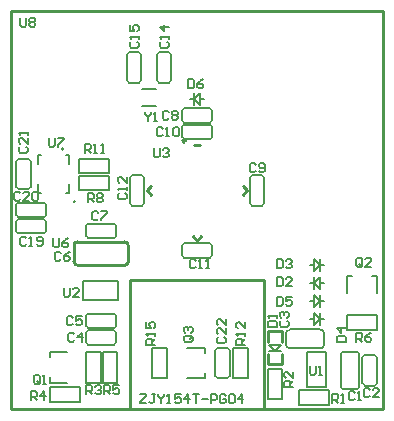
<source format=gbr>
%TF.GenerationSoftware,Altium Limited,Altium Designer,20.0.13 (296)*%
G04 Layer_Color=65535*
%FSLAX25Y25*%
%MOIN*%
%TF.FileFunction,Legend,Top*%
%TF.Part,Single*%
G01*
G75*
%TA.AperFunction,NonConductor*%
%ADD60C,0.01000*%
%ADD61C,0.00600*%
%ADD63C,0.00787*%
%ADD64C,0.00500*%
%ADD91C,0.00984*%
%ADD92C,0.00591*%
%ADD93C,0.00800*%
%ADD94C,0.00700*%
D60*
X22445Y55744D02*
G03*
X23626Y54563I1181J0D01*
G01*
Y62437D02*
G03*
X22445Y61256I0J-1181D01*
G01*
X40555D02*
G03*
X39374Y62437I-1181J0D01*
G01*
Y54563D02*
G03*
X40555Y55744I0J1181D01*
G01*
X62387Y94811D02*
X64613D01*
X46797Y79500D02*
X48189Y80892D01*
X46797Y79500D02*
X48189Y78108D01*
X62108Y64189D02*
X63500Y62797D01*
X64892Y64189D01*
X78811Y78108D02*
X80203Y79500D01*
X78811Y80892D02*
X80203Y79500D01*
X40555Y55744D02*
Y61256D01*
X23626Y62437D02*
X39374D01*
X22445Y55744D02*
Y61256D01*
X23626Y54563D02*
X39374D01*
X87138Y21488D02*
X91862D01*
X87138D02*
Y25032D01*
X91862Y21488D02*
Y25032D01*
X87138Y32512D02*
X91862D01*
Y28969D02*
Y32512D01*
X87138Y28969D02*
Y32512D01*
X1453Y6492D02*
Y139248D01*
X125547Y6492D02*
Y139248D01*
X1453Y6492D02*
X125547D01*
X1453Y139248D02*
X125547D01*
X41059Y6492D02*
Y49799D01*
X85941Y6492D02*
Y49799D01*
X41059D02*
X85941D01*
D61*
X40138Y116169D02*
G03*
X40925Y115382I787J0D01*
G01*
X44075D02*
G03*
X44862Y116169I0J787D01*
G01*
Y124831D02*
G03*
X44075Y125618I-787J0D01*
G01*
X40925D02*
G03*
X40138Y124831I0J-787D01*
G01*
X50138Y116169D02*
G03*
X50925Y115382I787J0D01*
G01*
X54075D02*
G03*
X54862Y116169I0J787D01*
G01*
Y124831D02*
G03*
X54075Y125618I-787J0D01*
G01*
X50925D02*
G03*
X50138Y124831I0J-787D01*
G01*
X67831Y102138D02*
G03*
X68618Y102925I0J787D01*
G01*
Y106075D02*
G03*
X67831Y106862I-787J0D01*
G01*
X59169D02*
G03*
X58382Y106075I0J-787D01*
G01*
Y102925D02*
G03*
X59169Y102138I787J0D01*
G01*
X59169Y101362D02*
G03*
X58382Y100575I0J-787D01*
G01*
Y97425D02*
G03*
X59169Y96638I787J0D01*
G01*
X67831D02*
G03*
X68618Y97425I0J787D01*
G01*
Y100575D02*
G03*
X67831Y101362I-787J0D01*
G01*
X8033Y89346D02*
G03*
X7246Y90134I-787J0D01*
G01*
X4096D02*
G03*
X3309Y89346I0J-787D01*
G01*
Y80685D02*
G03*
X4096Y79898I787J0D01*
G01*
X7246D02*
G03*
X8033Y80685I0J787D01*
G01*
X3841Y69878D02*
G03*
X3053Y69090I0J-787D01*
G01*
Y65941D02*
G03*
X3841Y65153I787J0D01*
G01*
X12502D02*
G03*
X13289Y65941I0J787D01*
G01*
Y69090D02*
G03*
X12502Y69878I-787J0D01*
G01*
X12502Y70653D02*
G03*
X13289Y71441I0J787D01*
G01*
Y74590D02*
G03*
X12502Y75378I-787J0D01*
G01*
X3841D02*
G03*
X3053Y74590I0J-787D01*
G01*
Y71441D02*
G03*
X3841Y70653I787J0D01*
G01*
X35831Y63638D02*
G03*
X36618Y64425I0J787D01*
G01*
Y67575D02*
G03*
X35831Y68362I-787J0D01*
G01*
X27169D02*
G03*
X26382Y67575I0J-787D01*
G01*
Y64425D02*
G03*
X27169Y63638I787J0D01*
G01*
X27169Y38362D02*
G03*
X26382Y37575I0J-787D01*
G01*
Y34425D02*
G03*
X27169Y33638I787J0D01*
G01*
X35831D02*
G03*
X36618Y34425I0J787D01*
G01*
Y37575D02*
G03*
X35831Y38362I-787J0D01*
G01*
X27169Y32862D02*
G03*
X26382Y32075I0J-787D01*
G01*
Y28925D02*
G03*
X27169Y28138I787J0D01*
G01*
X35831D02*
G03*
X36618Y28925I0J787D01*
G01*
Y32075D02*
G03*
X35831Y32862I-787J0D01*
G01*
X74362Y26331D02*
G03*
X73575Y27118I-787J0D01*
G01*
X70425D02*
G03*
X69638Y26331I0J-787D01*
G01*
Y17669D02*
G03*
X70425Y16882I787J0D01*
G01*
X73575D02*
G03*
X74362Y17669I0J787D01*
G01*
X123362Y23831D02*
G03*
X122575Y24618I-787J0D01*
G01*
X119425D02*
G03*
X118638Y23831I0J-787D01*
G01*
Y15169D02*
G03*
X119425Y14382I787J0D01*
G01*
X122575D02*
G03*
X123362Y15169I0J787D01*
G01*
X41138Y75169D02*
G03*
X41925Y74382I787J0D01*
G01*
X45075D02*
G03*
X45862Y75169I0J787D01*
G01*
Y83831D02*
G03*
X45075Y84618I-787J0D01*
G01*
X41925D02*
G03*
X41138Y83831I0J-787D01*
G01*
X85862Y83831D02*
G03*
X85075Y84618I-787J0D01*
G01*
X81925D02*
G03*
X81138Y83831I0J-787D01*
G01*
Y75169D02*
G03*
X81925Y74382I787J0D01*
G01*
X85075D02*
G03*
X85862Y75169I0J787D01*
G01*
X67831Y57138D02*
G03*
X68618Y57925I0J787D01*
G01*
Y61075D02*
G03*
X67831Y61862I-787J0D01*
G01*
X59169D02*
G03*
X58382Y61075I0J-787D01*
G01*
Y57925D02*
G03*
X59169Y57138I787J0D01*
G01*
X40138Y116169D02*
Y124831D01*
X44862Y116169D02*
Y124831D01*
X40925Y115382D02*
X44075D01*
X40925Y125618D02*
X44075D01*
X50138Y116169D02*
Y124831D01*
X54862Y116169D02*
Y124831D01*
X50925Y115382D02*
X54075D01*
X50925Y125618D02*
X54075D01*
X59169Y102138D02*
X67831D01*
X59169Y106862D02*
X67831D01*
X68618Y102925D02*
Y106075D01*
X58382Y102925D02*
Y106075D01*
X59169Y101362D02*
X67831D01*
X59169Y96638D02*
X67831D01*
X58382Y97425D02*
Y100575D01*
X68618Y97425D02*
Y100575D01*
X20893Y78810D02*
Y81746D01*
X19925Y78810D02*
X20893D01*
X10450D02*
Y81746D01*
Y78810D02*
X11417D01*
X20893Y88285D02*
Y91221D01*
X19925D02*
X20893D01*
X10450Y88285D02*
Y91221D01*
X11417D01*
X8033Y80685D02*
Y89346D01*
X3309Y80685D02*
Y89346D01*
X4096Y90134D02*
X7246D01*
X4096Y79898D02*
X7246D01*
X3841Y69878D02*
X12502D01*
X3841Y65153D02*
X12502D01*
X3053Y65941D02*
Y69090D01*
X13289Y65941D02*
Y69090D01*
X3841Y70653D02*
X12502D01*
X3841Y75378D02*
X12502D01*
X13289Y71441D02*
Y74590D01*
X3053Y71441D02*
Y74590D01*
X34289Y85154D02*
Y89878D01*
X24053Y85154D02*
Y89878D01*
X34289D01*
X24053Y85154D02*
X34289D01*
Y79654D02*
Y84378D01*
X24053Y79654D02*
Y84378D01*
X34289D01*
X24053Y79654D02*
X34289D01*
X27169Y63638D02*
X35831D01*
X27169Y68362D02*
X35831D01*
X36618Y64425D02*
Y67575D01*
X26382Y64425D02*
Y67575D01*
X27169Y38362D02*
X35831D01*
X27169Y33638D02*
X35831D01*
X26382Y34425D02*
Y37575D01*
X36618Y34425D02*
Y37575D01*
X27169Y32862D02*
X35831D01*
X27169Y28138D02*
X35831D01*
X26382Y28925D02*
Y32075D01*
X36618Y28925D02*
Y32075D01*
X26638Y25618D02*
X31362D01*
X26638Y15382D02*
X31362D01*
X26638D02*
Y25618D01*
X31362Y15382D02*
Y25618D01*
X32138Y15382D02*
X36862D01*
X32138Y25618D02*
X36862D01*
Y15382D02*
Y25618D01*
X32138Y15382D02*
Y25618D01*
X24618Y9138D02*
Y13862D01*
X14382Y9138D02*
Y13862D01*
X24618D01*
X14382Y9138D02*
X24618D01*
X48638Y27118D02*
X53362D01*
X48638Y16882D02*
X53362D01*
X48638D02*
Y27118D01*
X53362Y16882D02*
Y27118D01*
X74362Y17669D02*
Y26331D01*
X69638Y17669D02*
Y26331D01*
X70425Y27118D02*
X73575D01*
X70425Y16882D02*
X73575D01*
X75638Y27118D02*
X80362D01*
X75638Y16882D02*
X80362D01*
X75638D02*
Y27118D01*
X80362Y16882D02*
Y27118D01*
X87138Y20118D02*
X91862D01*
X87138Y9882D02*
X91862D01*
X87138D02*
Y20118D01*
X91862Y9882D02*
Y20118D01*
X87532Y27984D02*
X91469D01*
X87532D02*
X89500Y26016D01*
X91469Y27984D01*
X87532Y26016D02*
X91469D01*
X97382Y8138D02*
Y12862D01*
X107618Y8138D02*
Y12862D01*
X97382Y8138D02*
X107618D01*
X97382Y12862D02*
X107618D01*
X123362Y15169D02*
Y23831D01*
X118638Y15169D02*
Y23831D01*
X119425Y24618D02*
X122575D01*
X119425Y14382D02*
X122575D01*
X123618Y33138D02*
Y37862D01*
X113382Y33138D02*
Y37862D01*
X123618D01*
X113382Y33138D02*
X123618D01*
X41138Y75169D02*
Y83831D01*
X45862Y75169D02*
Y83831D01*
X41925Y74382D02*
X45075D01*
X41925Y84618D02*
X45075D01*
X85862Y75169D02*
Y83831D01*
X81138Y75169D02*
Y83831D01*
X81925Y84618D02*
X85075D01*
X81925Y74382D02*
X85075D01*
X59169Y57138D02*
X67831D01*
X59169Y61862D02*
X67831D01*
X68618Y57925D02*
Y61075D01*
X58382Y57925D02*
Y61075D01*
X44500Y11499D02*
X46499D01*
Y10999D01*
X44500Y9000D01*
Y8500D01*
X46499D01*
X49498Y11499D02*
X48499D01*
X48999D01*
Y9000D01*
X48499Y8500D01*
X47999D01*
X47499Y9000D01*
X50498Y11499D02*
Y10999D01*
X51498Y10000D01*
X52497Y10999D01*
Y11499D01*
X51498Y10000D02*
Y8500D01*
X53497D02*
X54497D01*
X53997D01*
Y11499D01*
X53497Y10999D01*
X57996Y11499D02*
X55996D01*
Y10000D01*
X56996Y10499D01*
X57496D01*
X57996Y10000D01*
Y9000D01*
X57496Y8500D01*
X56496D01*
X55996Y9000D01*
X60495Y8500D02*
Y11499D01*
X58995Y10000D01*
X60995D01*
X61994Y11499D02*
X63994D01*
X62994D01*
Y8500D01*
X64993Y10000D02*
X66993D01*
X67992Y8500D02*
Y11499D01*
X69492D01*
X69992Y10999D01*
Y10000D01*
X69492Y9500D01*
X67992D01*
X72991Y10999D02*
X72491Y11499D01*
X71491D01*
X70991Y10999D01*
Y9000D01*
X71491Y8500D01*
X72491D01*
X72991Y9000D01*
Y10000D01*
X71991D01*
X73990Y10999D02*
X74490Y11499D01*
X75490D01*
X75990Y10999D01*
Y9000D01*
X75490Y8500D01*
X74490D01*
X73990Y9000D01*
Y10999D01*
X78489Y8500D02*
Y11499D01*
X76990Y10000D01*
X78989D01*
X115999Y11999D02*
X115499Y12499D01*
X114500D01*
X114000Y11999D01*
Y10000D01*
X114500Y9500D01*
X115499D01*
X115999Y10000D01*
X116999Y9500D02*
X117999D01*
X117499D01*
Y12499D01*
X116999Y11999D01*
X120999Y12999D02*
X120500Y13499D01*
X119500D01*
X119000Y12999D01*
Y11000D01*
X119500Y10500D01*
X120500D01*
X120999Y11000D01*
X123998Y10500D02*
X121999D01*
X123998Y12499D01*
Y12999D01*
X123499Y13499D01*
X122499D01*
X121999Y12999D01*
X91501Y35999D02*
X91001Y35500D01*
Y34500D01*
X91501Y34000D01*
X93500D01*
X94000Y34500D01*
Y35500D01*
X93500Y35999D01*
X91501Y36999D02*
X91001Y37499D01*
Y38499D01*
X91501Y38998D01*
X92001D01*
X92501Y38499D01*
Y37999D01*
Y38499D01*
X93000Y38998D01*
X93500D01*
X94000Y38499D01*
Y37499D01*
X93500Y36999D01*
X22499Y31499D02*
X22000Y31999D01*
X21000D01*
X20500Y31499D01*
Y29500D01*
X21000Y29000D01*
X22000D01*
X22499Y29500D01*
X24999Y29000D02*
Y31999D01*
X23499Y30500D01*
X25498D01*
X21999Y36999D02*
X21499Y37499D01*
X20500D01*
X20000Y36999D01*
Y35000D01*
X20500Y34500D01*
X21499D01*
X21999Y35000D01*
X24998Y37499D02*
X22999D01*
Y36000D01*
X23999Y36499D01*
X24499D01*
X24998Y36000D01*
Y35000D01*
X24499Y34500D01*
X23499D01*
X22999Y35000D01*
X17999Y58499D02*
X17500Y58999D01*
X16500D01*
X16000Y58499D01*
Y56500D01*
X16500Y56000D01*
X17500D01*
X17999Y56500D01*
X20998Y58999D02*
X19999Y58499D01*
X18999Y57499D01*
Y56500D01*
X19499Y56000D01*
X20499D01*
X20998Y56500D01*
Y57000D01*
X20499Y57499D01*
X18999D01*
X30499Y71999D02*
X30000Y72499D01*
X29000D01*
X28500Y71999D01*
Y70000D01*
X29000Y69500D01*
X30000D01*
X30499Y70000D01*
X31499Y72499D02*
X33498D01*
Y71999D01*
X31499Y70000D01*
Y69500D01*
X53999Y105499D02*
X53500Y105999D01*
X52500D01*
X52000Y105499D01*
Y103500D01*
X52500Y103000D01*
X53500D01*
X53999Y103500D01*
X54999Y105499D02*
X55499Y105999D01*
X56499D01*
X56998Y105499D01*
Y104999D01*
X56499Y104499D01*
X56998Y104000D01*
Y103500D01*
X56499Y103000D01*
X55499D01*
X54999Y103500D01*
Y104000D01*
X55499Y104499D01*
X54999Y104999D01*
Y105499D01*
X55499Y104499D02*
X56499D01*
X82999Y87999D02*
X82499Y88499D01*
X81500D01*
X81000Y87999D01*
Y86000D01*
X81500Y85500D01*
X82499D01*
X82999Y86000D01*
X83999D02*
X84499Y85500D01*
X85499D01*
X85998Y86000D01*
Y87999D01*
X85499Y88499D01*
X84499D01*
X83999Y87999D01*
Y87499D01*
X84499Y86999D01*
X85998D01*
X51999Y99999D02*
X51499Y100499D01*
X50500D01*
X50000Y99999D01*
Y98000D01*
X50500Y97500D01*
X51499D01*
X51999Y98000D01*
X52999Y97500D02*
X53999D01*
X53499D01*
Y100499D01*
X52999Y99999D01*
X55498D02*
X55998Y100499D01*
X56998D01*
X57498Y99999D01*
Y98000D01*
X56998Y97500D01*
X55998D01*
X55498Y98000D01*
Y99999D01*
X62999Y55999D02*
X62499Y56499D01*
X61500D01*
X61000Y55999D01*
Y54000D01*
X61500Y53500D01*
X62499D01*
X62999Y54000D01*
X63999Y53500D02*
X64999D01*
X64499D01*
Y56499D01*
X63999Y55999D01*
X66498Y53500D02*
X67498D01*
X66998D01*
Y56499D01*
X66498Y55999D01*
X37501Y78499D02*
X37001Y78000D01*
Y77000D01*
X37501Y76500D01*
X39500D01*
X40000Y77000D01*
Y78000D01*
X39500Y78499D01*
X40000Y79499D02*
Y80499D01*
Y79999D01*
X37001D01*
X37501Y79499D01*
X40000Y83998D02*
Y81998D01*
X38001Y83998D01*
X37501D01*
X37001Y83498D01*
Y82498D01*
X37501Y81998D01*
X51501Y128999D02*
X51001Y128499D01*
Y127500D01*
X51501Y127000D01*
X53500D01*
X54000Y127500D01*
Y128499D01*
X53500Y128999D01*
X54000Y129999D02*
Y130999D01*
Y130499D01*
X51001D01*
X51501Y129999D01*
X54000Y133998D02*
X51001D01*
X52500Y132498D01*
Y134498D01*
X41501Y128999D02*
X41001Y128499D01*
Y127500D01*
X41501Y127000D01*
X43500D01*
X44000Y127500D01*
Y128499D01*
X43500Y128999D01*
X44000Y129999D02*
Y130999D01*
Y130499D01*
X41001D01*
X41501Y129999D01*
X41001Y134498D02*
Y132498D01*
X42500D01*
X42001Y133498D01*
Y133998D01*
X42500Y134498D01*
X43500D01*
X44000Y133998D01*
Y132998D01*
X43500Y132498D01*
X6499Y63499D02*
X5999Y63999D01*
X5000D01*
X4500Y63499D01*
Y61500D01*
X5000Y61000D01*
X5999D01*
X6499Y61500D01*
X7499Y61000D02*
X8499D01*
X7999D01*
Y63999D01*
X7499Y63499D01*
X9998Y61500D02*
X10498Y61000D01*
X11498D01*
X11998Y61500D01*
Y63499D01*
X11498Y63999D01*
X10498D01*
X9998Y63499D01*
Y62999D01*
X10498Y62499D01*
X11998D01*
X4499Y78499D02*
X3999Y78999D01*
X3000D01*
X2500Y78499D01*
Y76500D01*
X3000Y76000D01*
X3999D01*
X4499Y76500D01*
X7498Y76000D02*
X5499D01*
X7498Y77999D01*
Y78499D01*
X6999Y78999D01*
X5999D01*
X5499Y78499D01*
X8498D02*
X8998Y78999D01*
X9998D01*
X10497Y78499D01*
Y76500D01*
X9998Y76000D01*
X8998D01*
X8498Y76500D01*
Y78499D01*
X4501Y93999D02*
X4001Y93499D01*
Y92500D01*
X4501Y92000D01*
X6500D01*
X7000Y92500D01*
Y93499D01*
X6500Y93999D01*
X7000Y96998D02*
Y94999D01*
X5001Y96998D01*
X4501D01*
X4001Y96499D01*
Y95499D01*
X4501Y94999D01*
X7000Y97998D02*
Y98998D01*
Y98498D01*
X4001D01*
X4501Y97998D01*
X70501Y30499D02*
X70001Y30000D01*
Y29000D01*
X70501Y28500D01*
X72500D01*
X73000Y29000D01*
Y30000D01*
X72500Y30499D01*
X73000Y33498D02*
Y31499D01*
X71001Y33498D01*
X70501D01*
X70001Y32999D01*
Y31999D01*
X70501Y31499D01*
X73000Y36497D02*
Y34498D01*
X71001Y36497D01*
X70501D01*
X70001Y35998D01*
Y34998D01*
X70501Y34498D01*
X87001Y34000D02*
X90000D01*
Y35500D01*
X89500Y35999D01*
X87501D01*
X87001Y35500D01*
Y34000D01*
X90000Y36999D02*
Y37999D01*
Y37499D01*
X87001D01*
X87501Y36999D01*
X90000Y50499D02*
Y47500D01*
X91500D01*
X91999Y48000D01*
Y49999D01*
X91500Y50499D01*
X90000D01*
X94998Y47500D02*
X92999D01*
X94998Y49499D01*
Y49999D01*
X94499Y50499D01*
X93499D01*
X92999Y49999D01*
X90000Y56499D02*
Y53500D01*
X91500D01*
X91999Y54000D01*
Y55999D01*
X91500Y56499D01*
X90000D01*
X92999Y55999D02*
X93499Y56499D01*
X94499D01*
X94998Y55999D01*
Y55499D01*
X94499Y55000D01*
X93999D01*
X94499D01*
X94998Y54500D01*
Y54000D01*
X94499Y53500D01*
X93499D01*
X92999Y54000D01*
X110001Y29000D02*
X113000D01*
Y30500D01*
X112500Y30999D01*
X110501D01*
X110001Y30500D01*
Y29000D01*
X113000Y33499D02*
X110001D01*
X111501Y31999D01*
Y33998D01*
X90000Y43999D02*
Y41000D01*
X91500D01*
X91999Y41500D01*
Y43499D01*
X91500Y43999D01*
X90000D01*
X94998D02*
X92999D01*
Y42500D01*
X93999Y42999D01*
X94499D01*
X94998Y42500D01*
Y41500D01*
X94499Y41000D01*
X93499D01*
X92999Y41500D01*
X60500Y116499D02*
Y113500D01*
X61999D01*
X62499Y114000D01*
Y115999D01*
X61999Y116499D01*
X60500D01*
X65498D02*
X64499Y115999D01*
X63499Y114999D01*
Y114000D01*
X63999Y113500D01*
X64999D01*
X65498Y114000D01*
Y114500D01*
X64999Y114999D01*
X63499D01*
X10999Y15500D02*
Y17499D01*
X10499Y17999D01*
X9500D01*
X9000Y17499D01*
Y15500D01*
X9500Y15000D01*
X10499D01*
X10000Y16000D02*
X10999Y15000D01*
X10499D02*
X10999Y15500D01*
X11999Y15000D02*
X12999D01*
X12499D01*
Y17999D01*
X11999Y17499D01*
X108500Y8700D02*
Y11699D01*
X110000D01*
X110499Y11199D01*
Y10199D01*
X110000Y9700D01*
X108500D01*
X109500D02*
X110499Y8700D01*
X111499D02*
X112499D01*
X111999D01*
Y11699D01*
X111499Y11199D01*
X95500Y14000D02*
X92501D01*
Y15499D01*
X93001Y15999D01*
X94001D01*
X94500Y15499D01*
Y14000D01*
Y15000D02*
X95500Y15999D01*
Y18998D02*
Y16999D01*
X93501Y18998D01*
X93001D01*
X92501Y18499D01*
Y17499D01*
X93001Y16999D01*
X26500Y11500D02*
Y14499D01*
X27999D01*
X28499Y13999D01*
Y13000D01*
X27999Y12500D01*
X26500D01*
X27500D02*
X28499Y11500D01*
X29499Y13999D02*
X29999Y14499D01*
X30999D01*
X31498Y13999D01*
Y13499D01*
X30999Y13000D01*
X30499D01*
X30999D01*
X31498Y12500D01*
Y12000D01*
X30999Y11500D01*
X29999D01*
X29499Y12000D01*
X8000Y9500D02*
Y12499D01*
X9499D01*
X9999Y11999D01*
Y11000D01*
X9499Y10500D01*
X8000D01*
X9000D02*
X9999Y9500D01*
X12499D02*
Y12499D01*
X10999Y11000D01*
X12998D01*
X32500Y11500D02*
Y14499D01*
X33999D01*
X34499Y13999D01*
Y13000D01*
X33999Y12500D01*
X32500D01*
X33500D02*
X34499Y11500D01*
X37498Y14499D02*
X35499D01*
Y13000D01*
X36499Y13499D01*
X36999D01*
X37498Y13000D01*
Y12000D01*
X36999Y11500D01*
X35999D01*
X35499Y12000D01*
X116500Y29000D02*
Y31999D01*
X117999D01*
X118499Y31499D01*
Y30500D01*
X117999Y30000D01*
X116500D01*
X117500D02*
X118499Y29000D01*
X121498Y31999D02*
X120499Y31499D01*
X119499Y30500D01*
Y29500D01*
X119999Y29000D01*
X120999D01*
X121498Y29500D01*
Y30000D01*
X120999Y30500D01*
X119499D01*
X27000Y75500D02*
Y78499D01*
X28499D01*
X28999Y77999D01*
Y76999D01*
X28499Y76500D01*
X27000D01*
X28000D02*
X28999Y75500D01*
X29999Y77999D02*
X30499Y78499D01*
X31499D01*
X31998Y77999D01*
Y77499D01*
X31499Y76999D01*
X31998Y76500D01*
Y76000D01*
X31499Y75500D01*
X30499D01*
X29999Y76000D01*
Y76500D01*
X30499Y76999D01*
X29999Y77499D01*
Y77999D01*
X30499Y76999D02*
X31499D01*
X26000Y92000D02*
Y94999D01*
X27499D01*
X27999Y94499D01*
Y93499D01*
X27499Y93000D01*
X26000D01*
X27000D02*
X27999Y92000D01*
X28999D02*
X29999D01*
X29499D01*
Y94999D01*
X28999Y94499D01*
X31498Y92000D02*
X32498D01*
X31998D01*
Y94999D01*
X31498Y94499D01*
X79500Y28000D02*
X76501D01*
Y29500D01*
X77001Y29999D01*
X78000D01*
X78500Y29500D01*
Y28000D01*
Y29000D02*
X79500Y29999D01*
Y30999D02*
Y31999D01*
Y31499D01*
X76501D01*
X77001Y30999D01*
X79500Y35498D02*
Y33498D01*
X77501Y35498D01*
X77001D01*
X76501Y34998D01*
Y33998D01*
X77001Y33498D01*
X49500Y28000D02*
X46501D01*
Y29500D01*
X47001Y29999D01*
X48000D01*
X48500Y29500D01*
Y28000D01*
Y29000D02*
X49500Y29999D01*
Y30999D02*
Y31999D01*
Y31499D01*
X46501D01*
X47001Y30999D01*
X46501Y35498D02*
Y33498D01*
X48000D01*
X47501Y34498D01*
Y34998D01*
X48000Y35498D01*
X49000D01*
X49500Y34998D01*
Y33998D01*
X49000Y33498D01*
X101000Y20999D02*
Y18500D01*
X101500Y18000D01*
X102499D01*
X102999Y18500D01*
Y20999D01*
X103999Y18000D02*
X104999D01*
X104499D01*
Y20999D01*
X103999Y20499D01*
X19000Y46999D02*
Y44500D01*
X19500Y44000D01*
X20500D01*
X20999Y44500D01*
Y46999D01*
X23998Y44000D02*
X21999D01*
X23998Y45999D01*
Y46499D01*
X23499Y46999D01*
X22499D01*
X21999Y46499D01*
X49000Y93499D02*
Y91000D01*
X49500Y90500D01*
X50499D01*
X50999Y91000D01*
Y93499D01*
X51999Y92999D02*
X52499Y93499D01*
X53499D01*
X53998Y92999D01*
Y92499D01*
X53499Y92000D01*
X52999D01*
X53499D01*
X53998Y91500D01*
Y91000D01*
X53499Y90500D01*
X52499D01*
X51999Y91000D01*
X15500Y63499D02*
Y61000D01*
X16000Y60500D01*
X16999D01*
X17499Y61000D01*
Y63499D01*
X20498D02*
X19499Y62999D01*
X18499Y61999D01*
Y61000D01*
X18999Y60500D01*
X19999D01*
X20498Y61000D01*
Y61500D01*
X19999Y61999D01*
X18499D01*
X14000Y96999D02*
Y94500D01*
X14500Y94000D01*
X15499D01*
X15999Y94500D01*
Y96999D01*
X16999D02*
X18998D01*
Y96499D01*
X16999Y94500D01*
Y94000D01*
X4500Y136999D02*
Y134500D01*
X5000Y134000D01*
X5999D01*
X6499Y134500D01*
Y136999D01*
X7499Y136499D02*
X7999Y136999D01*
X8999D01*
X9498Y136499D01*
Y135999D01*
X8999Y135500D01*
X9498Y135000D01*
Y134500D01*
X8999Y134000D01*
X7999D01*
X7499Y134500D01*
Y135000D01*
X7999Y135500D01*
X7499Y135999D01*
Y136499D01*
X7999Y135500D02*
X8999D01*
X46000Y105499D02*
Y104999D01*
X47000Y103999D01*
X47999Y104999D01*
Y105499D01*
X47000Y103999D02*
Y102500D01*
X48999D02*
X49999D01*
X49499D01*
Y105499D01*
X48999Y104999D01*
X118499Y54500D02*
Y56499D01*
X117999Y56999D01*
X117000D01*
X116500Y56499D01*
Y54500D01*
X117000Y54000D01*
X117999D01*
X117500Y55000D02*
X118499Y54000D01*
X117999D02*
X118499Y54500D01*
X121498Y54000D02*
X119499D01*
X121498Y55999D01*
Y56499D01*
X120999Y56999D01*
X119999D01*
X119499Y56499D01*
X61500Y30999D02*
X59501D01*
X59001Y30500D01*
Y29500D01*
X59501Y29000D01*
X61500D01*
X62000Y29500D01*
Y30500D01*
X61000Y30000D02*
X62000Y30999D01*
Y30500D02*
X61500Y30999D01*
X59501Y31999D02*
X59001Y32499D01*
Y33499D01*
X59501Y33998D01*
X60001D01*
X60501Y33499D01*
Y32999D01*
Y33499D01*
X61000Y33998D01*
X61500D01*
X62000Y33499D01*
Y32499D01*
X61500Y31999D01*
D63*
X45138Y107547D02*
X49862D01*
X45138Y113453D02*
X49862D01*
X14374Y25618D02*
X20181D01*
X14374Y15382D02*
X20181D01*
X14374D02*
Y17154D01*
Y23846D02*
Y25618D01*
X60319Y16882D02*
X66126D01*
X60319Y27118D02*
X66126D01*
Y25346D02*
Y27118D01*
Y16882D02*
Y18654D01*
X123618Y45319D02*
Y51126D01*
X113382Y45319D02*
Y51126D01*
X115154D01*
X121846D02*
X123618D01*
D64*
X62500Y110000D02*
X64500Y108000D01*
X62500Y110000D02*
X64500Y112000D01*
Y108000D02*
Y112000D01*
X62500Y108000D02*
Y112000D01*
X64500Y110000D02*
X65800D01*
X61200D02*
X62500D01*
X102500Y56500D02*
X104500Y54500D01*
X102500Y52500D02*
X104500Y54500D01*
X102500Y52500D02*
Y56500D01*
X104500Y52500D02*
Y56500D01*
X101200Y54500D02*
X102500D01*
X104500D02*
X105800D01*
X102500Y48500D02*
X104500Y46500D01*
X102500Y48500D02*
X104500Y50500D01*
Y46500D02*
Y50500D01*
X102500Y46500D02*
Y50500D01*
X104500Y48500D02*
X105800D01*
X101200D02*
X102500D01*
Y44500D02*
X104500Y42500D01*
X102500Y40500D02*
X104500Y42500D01*
X102500Y40500D02*
Y44500D01*
X104500Y40500D02*
Y44500D01*
X101200Y42500D02*
X102500D01*
X104500D02*
X105800D01*
X102500Y38500D02*
X104500Y36500D01*
X102500Y34500D02*
X104500Y36500D01*
X102500Y34500D02*
Y38500D01*
X104500Y34500D02*
Y38500D01*
X101200Y36500D02*
X102500D01*
X104500D02*
X105800D01*
D91*
X59677Y96064D02*
G03*
X59677Y96064I-492J0D01*
G01*
D92*
X18919Y93225D02*
G03*
X18919Y93225I-295J0D01*
G01*
X22919Y75754D02*
G03*
X22919Y75754I-295J0D01*
G01*
D93*
X93201Y28032D02*
G03*
X94382Y26850I1181J0D01*
G01*
X94382Y33150D02*
G03*
X93201Y31969I0J-1181D01*
G01*
X105799Y31969D02*
G03*
X104618Y33150I-1181J0D01*
G01*
X104618Y26850D02*
G03*
X105799Y28032I0J1181D01*
G01*
X112531Y25799D02*
G03*
X111350Y24618I0J-1181D01*
G01*
X117650Y24618D02*
G03*
X116469Y25799I-1181J0D01*
G01*
X116469Y13201D02*
G03*
X117650Y14382I0J1181D01*
G01*
X111350Y14382D02*
G03*
X112531Y13201I1181J0D01*
G01*
X94382Y26850D02*
X104618D01*
X93201Y28032D02*
Y31969D01*
X94382Y33150D02*
X104618D01*
X105799Y28032D02*
Y31969D01*
X111350Y14382D02*
Y24618D01*
X112531Y25799D02*
X116469D01*
X117650Y14382D02*
Y24618D01*
X112531Y13201D02*
X116469D01*
D94*
X25335Y43075D02*
X37146D01*
X25335Y49374D02*
X37146D01*
Y43075D02*
Y49374D01*
X25335Y43075D02*
Y49374D01*
X106425Y13835D02*
Y25646D01*
X100126Y13835D02*
Y25646D01*
X106425D01*
X100126Y13835D02*
X106425D01*
%TF.MD5,d1b6d08a27f0547a7bd1a00a9ade854b*%
M02*

</source>
